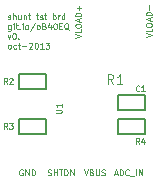
<source format=gto>
G04 (created by PCBNEW (2013-03-04 BZR 3984)-stable) date 10/11/2013 4:12:00 PM*
%MOIN*%
G04 Gerber Fmt 3.4, Leading zero omitted, Abs format*
%FSLAX34Y34*%
G01*
G70*
G90*
G04 APERTURE LIST*
%ADD10C,0.006*%
%ADD11C,0.00492126*%
%ADD12C,0.005*%
%ADD13C,0.0045*%
%ADD14C,0.00393701*%
G04 APERTURE END LIST*
G54D10*
G54D11*
X84037Y-39420D02*
X84056Y-39429D01*
X84093Y-39429D01*
X84112Y-39420D01*
X84121Y-39401D01*
X84121Y-39392D01*
X84112Y-39373D01*
X84093Y-39364D01*
X84065Y-39364D01*
X84046Y-39354D01*
X84037Y-39335D01*
X84037Y-39326D01*
X84046Y-39307D01*
X84065Y-39298D01*
X84093Y-39298D01*
X84112Y-39307D01*
X84206Y-39429D02*
X84206Y-39232D01*
X84290Y-39429D02*
X84290Y-39326D01*
X84281Y-39307D01*
X84262Y-39298D01*
X84234Y-39298D01*
X84215Y-39307D01*
X84206Y-39317D01*
X84468Y-39298D02*
X84468Y-39429D01*
X84384Y-39298D02*
X84384Y-39401D01*
X84393Y-39420D01*
X84412Y-39429D01*
X84440Y-39429D01*
X84459Y-39420D01*
X84468Y-39410D01*
X84562Y-39298D02*
X84562Y-39429D01*
X84562Y-39317D02*
X84571Y-39307D01*
X84590Y-39298D01*
X84618Y-39298D01*
X84637Y-39307D01*
X84646Y-39326D01*
X84646Y-39429D01*
X84712Y-39298D02*
X84787Y-39298D01*
X84740Y-39232D02*
X84740Y-39401D01*
X84749Y-39420D01*
X84768Y-39429D01*
X84787Y-39429D01*
X84974Y-39298D02*
X85049Y-39298D01*
X85002Y-39232D02*
X85002Y-39401D01*
X85012Y-39420D01*
X85031Y-39429D01*
X85049Y-39429D01*
X85106Y-39420D02*
X85124Y-39429D01*
X85162Y-39429D01*
X85181Y-39420D01*
X85190Y-39401D01*
X85190Y-39392D01*
X85181Y-39373D01*
X85162Y-39364D01*
X85134Y-39364D01*
X85115Y-39354D01*
X85106Y-39335D01*
X85106Y-39326D01*
X85115Y-39307D01*
X85134Y-39298D01*
X85162Y-39298D01*
X85181Y-39307D01*
X85246Y-39298D02*
X85321Y-39298D01*
X85274Y-39232D02*
X85274Y-39401D01*
X85284Y-39420D01*
X85302Y-39429D01*
X85321Y-39429D01*
X85537Y-39429D02*
X85537Y-39232D01*
X85537Y-39307D02*
X85556Y-39298D01*
X85593Y-39298D01*
X85612Y-39307D01*
X85621Y-39317D01*
X85631Y-39335D01*
X85631Y-39392D01*
X85621Y-39410D01*
X85612Y-39420D01*
X85593Y-39429D01*
X85556Y-39429D01*
X85537Y-39420D01*
X85715Y-39429D02*
X85715Y-39298D01*
X85715Y-39335D02*
X85724Y-39317D01*
X85734Y-39307D01*
X85752Y-39298D01*
X85771Y-39298D01*
X85921Y-39429D02*
X85921Y-39232D01*
X85921Y-39420D02*
X85902Y-39429D01*
X85865Y-39429D01*
X85846Y-39420D01*
X85837Y-39410D01*
X85827Y-39392D01*
X85827Y-39335D01*
X85837Y-39317D01*
X85846Y-39307D01*
X85865Y-39298D01*
X85902Y-39298D01*
X85921Y-39307D01*
X84131Y-39623D02*
X84131Y-39782D01*
X84121Y-39801D01*
X84112Y-39810D01*
X84093Y-39820D01*
X84065Y-39820D01*
X84046Y-39810D01*
X84131Y-39745D02*
X84112Y-39754D01*
X84074Y-39754D01*
X84056Y-39745D01*
X84046Y-39735D01*
X84037Y-39716D01*
X84037Y-39660D01*
X84046Y-39641D01*
X84056Y-39632D01*
X84074Y-39623D01*
X84112Y-39623D01*
X84131Y-39632D01*
X84224Y-39754D02*
X84224Y-39623D01*
X84224Y-39557D02*
X84215Y-39567D01*
X84224Y-39576D01*
X84234Y-39567D01*
X84224Y-39557D01*
X84224Y-39576D01*
X84290Y-39623D02*
X84365Y-39623D01*
X84318Y-39557D02*
X84318Y-39726D01*
X84328Y-39745D01*
X84346Y-39754D01*
X84365Y-39754D01*
X84431Y-39735D02*
X84440Y-39745D01*
X84431Y-39754D01*
X84421Y-39745D01*
X84431Y-39735D01*
X84431Y-39754D01*
X84524Y-39754D02*
X84524Y-39623D01*
X84524Y-39557D02*
X84515Y-39567D01*
X84524Y-39576D01*
X84534Y-39567D01*
X84524Y-39557D01*
X84524Y-39576D01*
X84646Y-39754D02*
X84628Y-39745D01*
X84618Y-39735D01*
X84609Y-39716D01*
X84609Y-39660D01*
X84618Y-39641D01*
X84628Y-39632D01*
X84646Y-39623D01*
X84674Y-39623D01*
X84693Y-39632D01*
X84703Y-39641D01*
X84712Y-39660D01*
X84712Y-39716D01*
X84703Y-39735D01*
X84693Y-39745D01*
X84674Y-39754D01*
X84646Y-39754D01*
X84937Y-39548D02*
X84768Y-39801D01*
X85031Y-39754D02*
X85012Y-39745D01*
X85002Y-39735D01*
X84993Y-39716D01*
X84993Y-39660D01*
X85002Y-39641D01*
X85012Y-39632D01*
X85031Y-39623D01*
X85059Y-39623D01*
X85077Y-39632D01*
X85087Y-39641D01*
X85096Y-39660D01*
X85096Y-39716D01*
X85087Y-39735D01*
X85077Y-39745D01*
X85059Y-39754D01*
X85031Y-39754D01*
X85246Y-39651D02*
X85274Y-39660D01*
X85284Y-39670D01*
X85293Y-39688D01*
X85293Y-39716D01*
X85284Y-39735D01*
X85274Y-39745D01*
X85256Y-39754D01*
X85181Y-39754D01*
X85181Y-39557D01*
X85246Y-39557D01*
X85265Y-39567D01*
X85274Y-39576D01*
X85284Y-39595D01*
X85284Y-39613D01*
X85274Y-39632D01*
X85265Y-39641D01*
X85246Y-39651D01*
X85181Y-39651D01*
X85462Y-39623D02*
X85462Y-39754D01*
X85415Y-39548D02*
X85368Y-39688D01*
X85490Y-39688D01*
X85602Y-39557D02*
X85621Y-39557D01*
X85640Y-39567D01*
X85649Y-39576D01*
X85659Y-39595D01*
X85668Y-39632D01*
X85668Y-39679D01*
X85659Y-39716D01*
X85649Y-39735D01*
X85640Y-39745D01*
X85621Y-39754D01*
X85602Y-39754D01*
X85584Y-39745D01*
X85574Y-39735D01*
X85565Y-39716D01*
X85556Y-39679D01*
X85556Y-39632D01*
X85565Y-39595D01*
X85574Y-39576D01*
X85584Y-39567D01*
X85602Y-39557D01*
X85752Y-39651D02*
X85818Y-39651D01*
X85846Y-39754D02*
X85752Y-39754D01*
X85752Y-39557D01*
X85846Y-39557D01*
X86062Y-39773D02*
X86043Y-39763D01*
X86024Y-39745D01*
X85996Y-39716D01*
X85977Y-39707D01*
X85959Y-39707D01*
X85968Y-39754D02*
X85949Y-39745D01*
X85931Y-39726D01*
X85921Y-39688D01*
X85921Y-39623D01*
X85931Y-39585D01*
X85949Y-39567D01*
X85968Y-39557D01*
X86005Y-39557D01*
X86024Y-39567D01*
X86043Y-39585D01*
X86052Y-39623D01*
X86052Y-39688D01*
X86043Y-39726D01*
X86024Y-39745D01*
X86005Y-39754D01*
X85968Y-39754D01*
X84028Y-39948D02*
X84074Y-40079D01*
X84121Y-39948D01*
X84234Y-39882D02*
X84253Y-39882D01*
X84271Y-39891D01*
X84281Y-39901D01*
X84290Y-39919D01*
X84299Y-39957D01*
X84299Y-40004D01*
X84290Y-40041D01*
X84281Y-40060D01*
X84271Y-40069D01*
X84253Y-40079D01*
X84234Y-40079D01*
X84215Y-40069D01*
X84206Y-40060D01*
X84196Y-40041D01*
X84187Y-40004D01*
X84187Y-39957D01*
X84196Y-39919D01*
X84206Y-39901D01*
X84215Y-39891D01*
X84234Y-39882D01*
X84384Y-40060D02*
X84393Y-40069D01*
X84384Y-40079D01*
X84374Y-40069D01*
X84384Y-40060D01*
X84384Y-40079D01*
X84074Y-40404D02*
X84056Y-40394D01*
X84046Y-40385D01*
X84037Y-40366D01*
X84037Y-40310D01*
X84046Y-40291D01*
X84056Y-40282D01*
X84074Y-40272D01*
X84103Y-40272D01*
X84121Y-40282D01*
X84131Y-40291D01*
X84140Y-40310D01*
X84140Y-40366D01*
X84131Y-40385D01*
X84121Y-40394D01*
X84103Y-40404D01*
X84074Y-40404D01*
X84309Y-40394D02*
X84290Y-40404D01*
X84253Y-40404D01*
X84234Y-40394D01*
X84224Y-40385D01*
X84215Y-40366D01*
X84215Y-40310D01*
X84224Y-40291D01*
X84234Y-40282D01*
X84253Y-40272D01*
X84290Y-40272D01*
X84309Y-40282D01*
X84365Y-40272D02*
X84440Y-40272D01*
X84393Y-40207D02*
X84393Y-40375D01*
X84403Y-40394D01*
X84421Y-40404D01*
X84440Y-40404D01*
X84506Y-40329D02*
X84656Y-40329D01*
X84740Y-40225D02*
X84749Y-40216D01*
X84768Y-40207D01*
X84815Y-40207D01*
X84834Y-40216D01*
X84843Y-40225D01*
X84853Y-40244D01*
X84853Y-40263D01*
X84843Y-40291D01*
X84731Y-40404D01*
X84853Y-40404D01*
X84974Y-40207D02*
X84993Y-40207D01*
X85012Y-40216D01*
X85021Y-40225D01*
X85031Y-40244D01*
X85040Y-40282D01*
X85040Y-40329D01*
X85031Y-40366D01*
X85021Y-40385D01*
X85012Y-40394D01*
X84993Y-40404D01*
X84974Y-40404D01*
X84956Y-40394D01*
X84946Y-40385D01*
X84937Y-40366D01*
X84928Y-40329D01*
X84928Y-40282D01*
X84937Y-40244D01*
X84946Y-40225D01*
X84956Y-40216D01*
X84974Y-40207D01*
X85227Y-40404D02*
X85115Y-40404D01*
X85171Y-40404D02*
X85171Y-40207D01*
X85152Y-40235D01*
X85134Y-40254D01*
X85115Y-40263D01*
X85293Y-40207D02*
X85415Y-40207D01*
X85349Y-40282D01*
X85377Y-40282D01*
X85396Y-40291D01*
X85406Y-40300D01*
X85415Y-40319D01*
X85415Y-40366D01*
X85406Y-40385D01*
X85396Y-40394D01*
X85377Y-40404D01*
X85321Y-40404D01*
X85302Y-40394D01*
X85293Y-40385D01*
G54D12*
X87700Y-41950D02*
X88600Y-41950D01*
X88600Y-41950D02*
X88600Y-42450D01*
X88600Y-42450D02*
X87700Y-42450D01*
X87700Y-42450D02*
X87700Y-41950D01*
X84400Y-41250D02*
X85300Y-41250D01*
X85300Y-41250D02*
X85300Y-41750D01*
X85300Y-41750D02*
X84400Y-41750D01*
X84400Y-41750D02*
X84400Y-41250D01*
X84400Y-42750D02*
X85300Y-42750D01*
X85300Y-42750D02*
X85300Y-43250D01*
X85300Y-43250D02*
X84400Y-43250D01*
X84400Y-43250D02*
X84400Y-42750D01*
X88600Y-43250D02*
X87700Y-43250D01*
X87700Y-43250D02*
X87700Y-42750D01*
X87700Y-42750D02*
X88600Y-42750D01*
X88600Y-42750D02*
X88600Y-43250D01*
G54D11*
X88632Y-40028D02*
X88829Y-39962D01*
X88632Y-39896D01*
X88829Y-39737D02*
X88829Y-39831D01*
X88632Y-39831D01*
X88632Y-39634D02*
X88632Y-39596D01*
X88642Y-39578D01*
X88660Y-39559D01*
X88698Y-39549D01*
X88764Y-39549D01*
X88801Y-39559D01*
X88820Y-39578D01*
X88829Y-39596D01*
X88829Y-39634D01*
X88820Y-39653D01*
X88801Y-39671D01*
X88764Y-39681D01*
X88698Y-39681D01*
X88660Y-39671D01*
X88642Y-39653D01*
X88632Y-39634D01*
X88773Y-39475D02*
X88773Y-39381D01*
X88829Y-39493D02*
X88632Y-39428D01*
X88829Y-39362D01*
X88829Y-39296D02*
X88632Y-39296D01*
X88632Y-39250D01*
X88642Y-39221D01*
X88660Y-39203D01*
X88679Y-39193D01*
X88717Y-39184D01*
X88745Y-39184D01*
X88782Y-39193D01*
X88801Y-39203D01*
X88820Y-39221D01*
X88829Y-39250D01*
X88829Y-39296D01*
X88754Y-39100D02*
X88754Y-38950D01*
X87581Y-44573D02*
X87675Y-44573D01*
X87562Y-44629D02*
X87628Y-44432D01*
X87693Y-44629D01*
X87759Y-44629D02*
X87759Y-44432D01*
X87806Y-44432D01*
X87834Y-44442D01*
X87853Y-44460D01*
X87862Y-44479D01*
X87871Y-44517D01*
X87871Y-44545D01*
X87862Y-44582D01*
X87853Y-44601D01*
X87834Y-44620D01*
X87806Y-44629D01*
X87759Y-44629D01*
X88068Y-44610D02*
X88059Y-44620D01*
X88031Y-44629D01*
X88012Y-44629D01*
X87984Y-44620D01*
X87965Y-44601D01*
X87956Y-44582D01*
X87946Y-44545D01*
X87946Y-44517D01*
X87956Y-44479D01*
X87965Y-44460D01*
X87984Y-44442D01*
X88012Y-44432D01*
X88031Y-44432D01*
X88059Y-44442D01*
X88068Y-44451D01*
X88106Y-44648D02*
X88256Y-44648D01*
X88303Y-44629D02*
X88303Y-44432D01*
X88396Y-44629D02*
X88396Y-44432D01*
X88509Y-44629D01*
X88509Y-44432D01*
X86564Y-44432D02*
X86629Y-44629D01*
X86695Y-44432D01*
X86826Y-44526D02*
X86854Y-44535D01*
X86864Y-44545D01*
X86873Y-44564D01*
X86873Y-44592D01*
X86864Y-44610D01*
X86854Y-44620D01*
X86835Y-44629D01*
X86760Y-44629D01*
X86760Y-44432D01*
X86826Y-44432D01*
X86845Y-44442D01*
X86854Y-44451D01*
X86864Y-44470D01*
X86864Y-44489D01*
X86854Y-44507D01*
X86845Y-44517D01*
X86826Y-44526D01*
X86760Y-44526D01*
X86957Y-44432D02*
X86957Y-44592D01*
X86967Y-44610D01*
X86976Y-44620D01*
X86995Y-44629D01*
X87032Y-44629D01*
X87051Y-44620D01*
X87060Y-44610D01*
X87070Y-44592D01*
X87070Y-44432D01*
X87154Y-44620D02*
X87182Y-44629D01*
X87229Y-44629D01*
X87248Y-44620D01*
X87257Y-44610D01*
X87267Y-44592D01*
X87267Y-44573D01*
X87257Y-44554D01*
X87248Y-44545D01*
X87229Y-44535D01*
X87192Y-44526D01*
X87173Y-44517D01*
X87164Y-44507D01*
X87154Y-44489D01*
X87154Y-44470D01*
X87164Y-44451D01*
X87173Y-44442D01*
X87192Y-44432D01*
X87239Y-44432D01*
X87267Y-44442D01*
X86282Y-40053D02*
X86479Y-39987D01*
X86282Y-39921D01*
X86479Y-39762D02*
X86479Y-39856D01*
X86282Y-39856D01*
X86282Y-39659D02*
X86282Y-39621D01*
X86292Y-39603D01*
X86310Y-39584D01*
X86348Y-39574D01*
X86414Y-39574D01*
X86451Y-39584D01*
X86470Y-39603D01*
X86479Y-39621D01*
X86479Y-39659D01*
X86470Y-39678D01*
X86451Y-39696D01*
X86414Y-39706D01*
X86348Y-39706D01*
X86310Y-39696D01*
X86292Y-39678D01*
X86282Y-39659D01*
X86423Y-39500D02*
X86423Y-39406D01*
X86479Y-39518D02*
X86282Y-39453D01*
X86479Y-39387D01*
X86479Y-39321D02*
X86282Y-39321D01*
X86282Y-39275D01*
X86292Y-39246D01*
X86310Y-39228D01*
X86329Y-39218D01*
X86367Y-39209D01*
X86395Y-39209D01*
X86432Y-39218D01*
X86451Y-39228D01*
X86470Y-39246D01*
X86479Y-39275D01*
X86479Y-39321D01*
X86404Y-39125D02*
X86404Y-38975D01*
X86479Y-39050D02*
X86329Y-39050D01*
X84525Y-44442D02*
X84506Y-44432D01*
X84478Y-44432D01*
X84450Y-44442D01*
X84431Y-44460D01*
X84421Y-44479D01*
X84412Y-44517D01*
X84412Y-44545D01*
X84421Y-44582D01*
X84431Y-44601D01*
X84450Y-44620D01*
X84478Y-44629D01*
X84496Y-44629D01*
X84525Y-44620D01*
X84534Y-44610D01*
X84534Y-44545D01*
X84496Y-44545D01*
X84618Y-44629D02*
X84618Y-44432D01*
X84731Y-44629D01*
X84731Y-44432D01*
X84824Y-44629D02*
X84824Y-44432D01*
X84871Y-44432D01*
X84899Y-44442D01*
X84918Y-44460D01*
X84928Y-44479D01*
X84937Y-44517D01*
X84937Y-44545D01*
X84928Y-44582D01*
X84918Y-44601D01*
X84899Y-44620D01*
X84871Y-44629D01*
X84824Y-44629D01*
G54D13*
X88420Y-41811D02*
X88411Y-41821D01*
X88385Y-41830D01*
X88368Y-41830D01*
X88342Y-41821D01*
X88325Y-41802D01*
X88317Y-41783D01*
X88308Y-41745D01*
X88308Y-41716D01*
X88317Y-41678D01*
X88325Y-41659D01*
X88342Y-41640D01*
X88368Y-41630D01*
X88385Y-41630D01*
X88411Y-41640D01*
X88420Y-41650D01*
X88591Y-41830D02*
X88488Y-41830D01*
X88540Y-41830D02*
X88540Y-41630D01*
X88522Y-41659D01*
X88505Y-41678D01*
X88488Y-41688D01*
G54D14*
X84020Y-41580D02*
X83960Y-41485D01*
X83917Y-41580D02*
X83917Y-41380D01*
X83985Y-41380D01*
X84002Y-41390D01*
X84011Y-41400D01*
X84020Y-41419D01*
X84020Y-41447D01*
X84011Y-41466D01*
X84002Y-41476D01*
X83985Y-41485D01*
X83917Y-41485D01*
X84088Y-41400D02*
X84097Y-41390D01*
X84114Y-41380D01*
X84157Y-41380D01*
X84174Y-41390D01*
X84182Y-41400D01*
X84191Y-41419D01*
X84191Y-41438D01*
X84182Y-41466D01*
X84080Y-41580D01*
X84191Y-41580D01*
X84020Y-43080D02*
X83960Y-42985D01*
X83917Y-43080D02*
X83917Y-42880D01*
X83985Y-42880D01*
X84002Y-42890D01*
X84011Y-42900D01*
X84020Y-42919D01*
X84020Y-42947D01*
X84011Y-42966D01*
X84002Y-42976D01*
X83985Y-42985D01*
X83917Y-42985D01*
X84080Y-42880D02*
X84191Y-42880D01*
X84131Y-42957D01*
X84157Y-42957D01*
X84174Y-42966D01*
X84182Y-42976D01*
X84191Y-42995D01*
X84191Y-43042D01*
X84182Y-43061D01*
X84174Y-43071D01*
X84157Y-43080D01*
X84105Y-43080D01*
X84088Y-43071D01*
X84080Y-43061D01*
G54D13*
X88420Y-43580D02*
X88360Y-43485D01*
X88317Y-43580D02*
X88317Y-43380D01*
X88385Y-43380D01*
X88402Y-43390D01*
X88411Y-43400D01*
X88420Y-43419D01*
X88420Y-43447D01*
X88411Y-43466D01*
X88402Y-43476D01*
X88385Y-43485D01*
X88317Y-43485D01*
X88574Y-43447D02*
X88574Y-43580D01*
X88531Y-43371D02*
X88488Y-43514D01*
X88600Y-43514D01*
G54D14*
X87547Y-41577D02*
X87442Y-41427D01*
X87367Y-41577D02*
X87367Y-41262D01*
X87487Y-41262D01*
X87517Y-41277D01*
X87532Y-41292D01*
X87547Y-41322D01*
X87547Y-41367D01*
X87532Y-41397D01*
X87517Y-41412D01*
X87487Y-41427D01*
X87367Y-41427D01*
X87847Y-41577D02*
X87667Y-41577D01*
X87757Y-41577D02*
X87757Y-41262D01*
X87727Y-41307D01*
X87697Y-41337D01*
X87667Y-41352D01*
G54D11*
X85632Y-42549D02*
X85792Y-42549D01*
X85810Y-42540D01*
X85820Y-42531D01*
X85829Y-42512D01*
X85829Y-42474D01*
X85820Y-42456D01*
X85810Y-42446D01*
X85792Y-42437D01*
X85632Y-42437D01*
X85829Y-42240D02*
X85829Y-42353D01*
X85829Y-42296D02*
X85632Y-42296D01*
X85660Y-42315D01*
X85679Y-42334D01*
X85689Y-42353D01*
X85364Y-44620D02*
X85392Y-44629D01*
X85439Y-44629D01*
X85457Y-44620D01*
X85467Y-44610D01*
X85476Y-44592D01*
X85476Y-44573D01*
X85467Y-44554D01*
X85457Y-44545D01*
X85439Y-44535D01*
X85401Y-44526D01*
X85382Y-44517D01*
X85373Y-44507D01*
X85364Y-44489D01*
X85364Y-44470D01*
X85373Y-44451D01*
X85382Y-44442D01*
X85401Y-44432D01*
X85448Y-44432D01*
X85476Y-44442D01*
X85560Y-44629D02*
X85560Y-44432D01*
X85560Y-44526D02*
X85673Y-44526D01*
X85673Y-44629D02*
X85673Y-44432D01*
X85739Y-44432D02*
X85851Y-44432D01*
X85795Y-44629D02*
X85795Y-44432D01*
X85917Y-44629D02*
X85917Y-44432D01*
X85964Y-44432D01*
X85992Y-44442D01*
X86010Y-44460D01*
X86020Y-44479D01*
X86029Y-44517D01*
X86029Y-44545D01*
X86020Y-44582D01*
X86010Y-44601D01*
X85992Y-44620D01*
X85964Y-44629D01*
X85917Y-44629D01*
X86114Y-44629D02*
X86114Y-44432D01*
X86226Y-44629D01*
X86226Y-44432D01*
M02*

</source>
